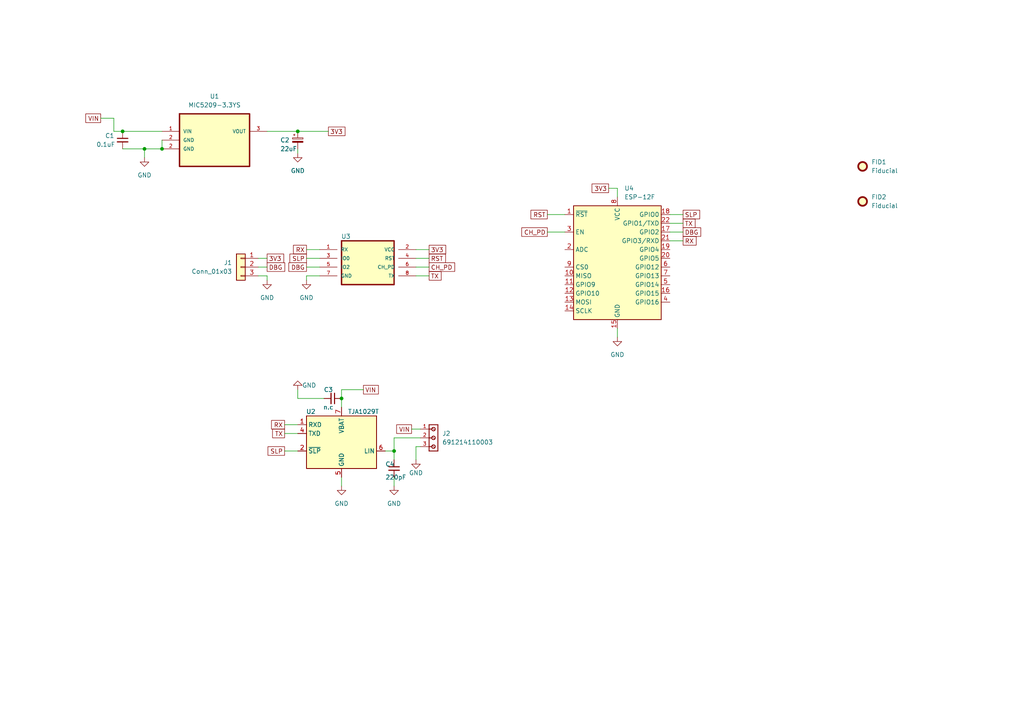
<source format=kicad_sch>
(kicad_sch (version 20211123) (generator eeschema)
  (paper "A4")
  (lib_symbols
    (symbol "691214110003:691214110003" (pin_names (offset 1.016) hide)
      (property "Reference" "J" (at -4.8768 -0.9144 0))
      (property "Value" "691214110003" (at -4.826 -2.5908 0))
      (symbol "691214110003_0_0"
        (circle (center -2.54 -1.27) (radius 0.508) (stroke (width 0.254)))
        (circle (center 0 -1.27) (radius 0.508) (stroke (width 0.254)))
        (polyline (pts (xy -3.81 -2.54) (xy -3.81 0)) (stroke (width 0.254)))
        (polyline (pts (xy -3.81 0) (xy 3.81 0)) (stroke (width 0.254)))
        (polyline (pts (xy -2.54 -1.778) (xy -2.54 -2.54)) (stroke (width 0.254)))
        (polyline (pts (xy -2.286 -1.016) (xy -2.794 -1.524)) (stroke (width 0.1524)))
        (polyline (pts (xy 0 -1.778) (xy 0 -2.54)) (stroke (width 0.254)))
        (polyline (pts (xy 0.254 -1.016) (xy -0.254 -1.524)) (stroke (width 0.1524)))
        (polyline (pts (xy 2.54 -1.778) (xy 2.54 -2.54)) (stroke (width 0.254)))
        (polyline (pts (xy 2.794 -1.016) (xy 2.286 -1.524)) (stroke (width 0.1524)))
        (polyline (pts (xy 3.81 -2.54) (xy -3.81 -2.54)) (stroke (width 0.254)))
        (polyline (pts (xy 3.81 0) (xy 3.81 -2.54)) (stroke (width 0.254)))
        (circle (center 2.54 -1.27) (radius 0.508) (stroke (width 0.254)))
        (pin passive line (at -2.54 -5.08 90) (length 2.54) (name "~") (number "1"))
        (pin passive line (at 0 -5.08 90) (length 2.54) (name "~") (number "2"))
        (pin passive line (at 2.54 -5.08 90) (length 2.54) (name "~") (number "3"))
      )
    )
    (symbol "Connector_Generic:Conn_01x03" (pin_names (offset 1.016) hide)
      (property "Reference" "J" (at 0 5.08 0))
      (property "Value" "Conn_01x03" (at 0 -5.08 0))
      (symbol "Conn_01x03_1_1"
        (rectangle (start -1.27 -2.413) (end 0 -2.667) (stroke (width 0.1524)))
        (rectangle (start -1.27 0.127) (end 0 -0.127) (stroke (width 0.1524)))
        (rectangle (start -1.27 2.667) (end 0 2.413) (stroke (width 0.1524)))
        (rectangle (start -1.27 3.81) (end 1.27 -3.81) (stroke (width 0.254)) (fill (type background)))
        (pin passive line (at -5.08 2.54 0) (length 3.81) (name "Pin_1") (number "1"))
        (pin passive line (at -5.08 0 0) (length 3.81) (name "Pin_2") (number "2"))
        (pin passive line (at -5.08 -2.54 0) (length 3.81) (name "Pin_3") (number "3"))
      )
    )
    (symbol "Device:C_Polarized_Small" (pin_numbers hide) (pin_names (offset 0.254) hide)
      (property "Reference" "C" (at 0.254 1.778 0))
      (property "Value" "C_Polarized_Small" (at 0.254 -2.032 0))
      (symbol "C_Polarized_Small_0_1"
        (rectangle (start -1.524 -0.3048) (end 1.524 -0.6858) (fill (type outline)))
        (rectangle (start -1.524 0.6858) (end 1.524 0.3048))
        (polyline (pts (xy -1.27 1.524) (xy -0.762 1.524)))
        (polyline (pts (xy -1.016 1.27) (xy -1.016 1.778)))
      )
      (symbol "C_Polarized_Small_1_1"
        (pin passive line (at 0 2.54 270) (length 1.8542) (name "~") (number "1"))
        (pin passive line (at 0 -2.54 90) (length 1.8542) (name "~") (number "2"))
      )
    )
    (symbol "Device:C_Small" (pin_numbers hide) (pin_names (offset 0.254) hide)
      (property "Reference" "C" (at 0.254 1.778 0))
      (property "Value" "C_Small" (at 0.254 -2.032 0))
      (symbol "C_Small_0_1"
        (polyline (pts (xy -1.524 -0.508) (xy 1.524 -0.508)) (stroke (width 0.3302)))
        (polyline (pts (xy -1.524 0.508) (xy 1.524 0.508)) (stroke (width 0.3048)))
      )
      (symbol "C_Small_1_1"
        (pin passive line (at 0 2.54 270) (length 2.032) (name "~") (number "1"))
        (pin passive line (at 0 -2.54 90) (length 2.032) (name "~") (number "2"))
      )
    )
    (symbol "ESP-01:ESP-01" (pin_names (offset 1.016))
      (property "Reference" "U" (at -6.35 8.255 0))
      (symbol "ESP-01_0_0"
        (rectangle (start -6.35 -5.08) (end 8.89 7.62) (stroke (width 0.4064)) (fill (type background)))
        (pin bidirectional line (at -12.7 5.08 0) (length 5.08) (name "RX") (number "1"))
        (pin bidirectional line (at 15.24 5.08 180) (length 5.08) (name "VCC") (number "2"))
        (pin bidirectional line (at -12.7 2.54 0) (length 5.08) (name "IO0") (number "3"))
        (pin bidirectional line (at 15.24 2.54 180) (length 5.08) (name "RST") (number "4"))
        (pin bidirectional line (at -12.7 0 0) (length 5.08) (name "IO2") (number "5"))
        (pin bidirectional line (at 15.24 0 180) (length 5.08) (name "CH_PD") (number "6"))
        (pin bidirectional line (at -12.7 -2.54 0) (length 5.08) (name "GND") (number "7"))
        (pin bidirectional line (at 15.24 -2.54 180) (length 5.08) (name "TX") (number "8"))
      )
    )
    (symbol "Interface_CAN_LIN:TJA1029T"
      (property "Reference" "U" (at -10.16 8.89 0))
      (property "Value" "TJA1029T" (at 1.27 8.89 0))
      (symbol "TJA1029T_0_1"
        (rectangle (start -10.16 7.62) (end 10.16 -7.62) (stroke (width 0.254)) (fill (type background)))
      )
      (symbol "TJA1029T_1_1"
        (pin open_collector line (at -12.7 5.08 0) (length 2.54) (name "RXD") (number "1"))
        (pin input line (at -12.7 -2.54 0) (length 2.54) (name "~{SLP}") (number "2"))
        (pin no_connect line (at -10.16 -5.08 0) (length 2.54) hide (name "NC") (number "3"))
        (pin input line (at -12.7 2.54 0) (length 2.54) (name "TXD") (number "4"))
        (pin power_in line (at 0 -10.16 90) (length 2.54) (name "GND") (number "5"))
        (pin bidirectional line (at 12.7 -2.54 180) (length 2.54) (name "LIN") (number "6"))
        (pin power_in line (at 0 10.16 270) (length 2.54) (name "VBAT") (number "7"))
        (pin no_connect line (at 10.16 2.54 180) (length 2.54) hide (name "NC") (number "8"))
      )
    )
    (symbol "Mechanical:Fiducial"
      (property "Reference" "FID" (at 0 5.08 0))
      (property "Value" "Fiducial" (at 0 3.175 0))
      (symbol "Fiducial_0_1"
        (circle (center 0 0) (radius 1.27) (stroke (width 0.508)) (fill (type background)))
      )
    )
    (symbol "RF_Module:ESP-12F"
      (property "Reference" "U" (at -12.7 19.05 0))
      (property "Value" "ESP-12F" (at 12.7 19.05 0))
      (symbol "ESP-12F_0_1"
        (rectangle (start -12.7 17.78) (end 12.7 -15.24) (stroke (width 0.254)) (fill (type background)))
      )
      (symbol "ESP-12F_1_1"
        (pin input line (at -15.24 15.24 0) (length 2.54) (name "~{RST}") (number "1"))
        (pin bidirectional line (at -15.24 -2.54 0) (length 2.54) (name "MISO") (number "10"))
        (pin bidirectional line (at -15.24 -5.08 0) (length 2.54) (name "GPIO9") (number "11"))
        (pin bidirectional line (at -15.24 -7.62 0) (length 2.54) (name "GPIO10") (number "12"))
        (pin bidirectional line (at -15.24 -10.16 0) (length 2.54) (name "MOSI") (number "13"))
        (pin bidirectional line (at -15.24 -12.7 0) (length 2.54) (name "SCLK") (number "14"))
        (pin power_in line (at 0 -17.78 90) (length 2.54) (name "GND") (number "15"))
        (pin bidirectional line (at 15.24 -7.62 180) (length 2.54) (name "GPIO15") (number "16"))
        (pin bidirectional line (at 15.24 10.16 180) (length 2.54) (name "GPIO2") (number "17"))
        (pin bidirectional line (at 15.24 15.24 180) (length 2.54) (name "GPIO0") (number "18"))
        (pin bidirectional line (at 15.24 5.08 180) (length 2.54) (name "GPIO4") (number "19"))
        (pin input line (at -15.24 5.08 0) (length 2.54) (name "ADC") (number "2"))
        (pin bidirectional line (at 15.24 2.54 180) (length 2.54) (name "GPIO5") (number "20"))
        (pin bidirectional line (at 15.24 7.62 180) (length 2.54) (name "GPIO3/RXD") (number "21"))
        (pin bidirectional line (at 15.24 12.7 180) (length 2.54) (name "GPIO1/TXD") (number "22"))
        (pin input line (at -15.24 10.16 0) (length 2.54) (name "EN") (number "3"))
        (pin bidirectional line (at 15.24 -10.16 180) (length 2.54) (name "GPIO16") (number "4"))
        (pin bidirectional line (at 15.24 -5.08 180) (length 2.54) (name "GPIO14") (number "5"))
        (pin bidirectional line (at 15.24 0 180) (length 2.54) (name "GPIO12") (number "6"))
        (pin bidirectional line (at 15.24 -2.54 180) (length 2.54) (name "GPIO13") (number "7"))
        (pin power_in line (at 0 20.32 270) (length 2.54) (name "VCC") (number "8"))
        (pin input line (at -15.24 0 0) (length 2.54) (name "CS0") (number "9"))
      )
    )
    (symbol "mic5209-3.3ys:MIC5209-3.3YS" (pin_names (offset 1.016))
      (property "Reference" "U" (at -4.7498 6.477 0))
      (property "Value" "MIC5209-3.3YS" (at -5.9436 -13.4112 0))
      (symbol "MIC5209-3.3YS_0_0"
        (rectangle (start -10.16 -10.16) (end 10.16 5.08) (stroke (width 0.4064)) (fill (type background)))
        (pin power_in line (at -15.24 0 0) (length 5.08) (name "VIN") (number "1"))
        (pin passive line (at -15.24 -5.08 0) (length 5.08) (name "GND") (number "2"))
        (pin passive line (at -15.24 -2.54 0) (length 5.08) (name "GND") (number "2"))
        (pin power_out line (at 15.24 0 180) (length 5.08) (name "VOUT") (number "3"))
      )
    )
    (symbol "power:GND" (power) (pin_names (offset 0))
      (property "Value" "GND" (at 0 -3.81 0))
      (symbol "GND_0_1"
        (polyline (pts (xy 0 0) (xy 0 -1.27) (xy 1.27 -1.27) (xy 0 -2.54) (xy -1.27 -1.27) (xy 0 -1.27)))
      )
      (symbol "GND_1_1"
        (pin power_in line (at 0 0 270) (length 0) hide (name "GND") (number "1"))
      )
    )
  )
  (junction (at 114.3 130.81))
  (junction (at 35.56 38.1))
  (junction (at 46.99 43.18))
  (junction (at 99.06 115.57))
  (junction (at 86.36 38.1))
  (junction (at 41.91 43.18))
  (wire (pts (xy 33.02 34.29) (xy 33.02 38.1)))
  (wire (pts (xy 82.55 123.19) (xy 86.36 123.19)))
  (wire (pts (xy 82.55 130.81) (xy 86.36 130.81)))
  (wire (pts (xy 46.99 40.64) (xy 46.99 43.18)))
  (wire (pts (xy 119.38 124.46) (xy 121.92 124.46)))
  (wire (pts (xy 88.9 80.01) (xy 88.9 81.28)))
  (wire (pts (xy 194.31 64.77) (xy 198.12 64.77)))
  (wire (pts (xy 35.56 43.18) (xy 41.91 43.18)))
  (wire (pts (xy 88.9 77.47) (xy 92.71 77.47)))
  (wire (pts (xy 158.75 67.31) (xy 163.83 67.31)))
  (wire (pts (xy 114.3 130.81) (xy 114.3 133.35)))
  (wire (pts (xy 114.3 127) (xy 114.3 130.81)))
  (wire (pts (xy 88.9 72.39) (xy 92.71 72.39)))
  (wire (pts (xy 74.93 74.93) (xy 77.47 74.93)))
  (wire (pts (xy 194.31 62.23) (xy 198.12 62.23)))
  (wire (pts (xy 29.21 34.29) (xy 33.02 34.29)))
  (wire (pts (xy 82.55 125.73) (xy 86.36 125.73)))
  (wire (pts (xy 179.07 95.25) (xy 179.07 97.79)))
  (wire (pts (xy 120.65 129.54) (xy 120.65 133.35)))
  (wire (pts (xy 99.06 118.11) (xy 99.06 115.57)))
  (wire (pts (xy 88.9 74.93) (xy 92.71 74.93)))
  (wire (pts (xy 176.53 54.61) (xy 179.07 54.61)))
  (wire (pts (xy 74.93 80.01) (xy 77.47 80.01)))
  (wire (pts (xy 114.3 130.81) (xy 111.76 130.81)))
  (wire (pts (xy 86.36 115.57) (xy 93.98 115.57)))
  (wire (pts (xy 46.99 43.18) (xy 41.91 43.18)))
  (wire (pts (xy 41.91 43.18) (xy 41.91 45.72)))
  (wire (pts (xy 99.06 138.43) (xy 99.06 140.97)))
  (wire (pts (xy 120.65 80.01) (xy 124.46 80.01)))
  (wire (pts (xy 194.31 67.31) (xy 198.12 67.31)))
  (wire (pts (xy 120.65 72.39) (xy 124.46 72.39)))
  (wire (pts (xy 77.47 38.1) (xy 86.36 38.1)))
  (wire (pts (xy 194.31 69.85) (xy 198.12 69.85)))
  (wire (pts (xy 86.36 113.03) (xy 86.36 115.57)))
  (wire (pts (xy 179.07 54.61) (xy 179.07 57.15)))
  (wire (pts (xy 92.71 80.01) (xy 88.9 80.01)))
  (wire (pts (xy 35.56 38.1) (xy 46.99 38.1)))
  (wire (pts (xy 77.47 80.01) (xy 77.47 81.28)))
  (wire (pts (xy 121.92 129.54) (xy 120.65 129.54)))
  (wire (pts (xy 86.36 43.18) (xy 86.36 44.45)))
  (wire (pts (xy 74.93 77.47) (xy 77.47 77.47)))
  (wire (pts (xy 86.36 38.1) (xy 95.25 38.1)))
  (wire (pts (xy 121.92 127) (xy 114.3 127)))
  (wire (pts (xy 158.75 62.23) (xy 163.83 62.23)))
  (wire (pts (xy 99.06 113.03) (xy 105.41 113.03)))
  (wire (pts (xy 99.06 115.57) (xy 99.06 113.03)))
  (wire (pts (xy 114.3 138.43) (xy 114.3 140.97)))
  (wire (pts (xy 120.65 74.93) (xy 124.46 74.93)))
  (wire (pts (xy 33.02 38.1) (xy 35.56 38.1)))
  (wire (pts (xy 120.65 77.47) (xy 124.46 77.47)))
  (global_label "RX" (shape passive) (at 198.12 69.85 0) (property "Intersheet References" "${INTERSHEET_REFS}" (effects hide)))
  (global_label "RX" (shape passive) (at 82.55 123.19 180) (property "Intersheet References" "${INTERSHEET_REFS}" (effects hide)))
  (global_label "VIN" (shape passive) (at 119.38 124.46 180) (property "Intersheet References" "${INTERSHEET_REFS}" (effects hide)))
  (global_label "3V3" (shape passive) (at 124.46 72.39 0) (property "Intersheet References" "${INTERSHEET_REFS}" (effects hide)))
  (global_label "CH_PD" (shape passive) (at 124.46 77.47 0) (property "Intersheet References" "${INTERSHEET_REFS}" (effects hide)))
  (global_label "RX" (shape passive) (at 88.9 72.39 180) (property "Intersheet References" "${INTERSHEET_REFS}" (effects hide)))
  (global_label "3V3" (shape passive) (at 77.47 74.93 0) (property "Intersheet References" "${INTERSHEET_REFS}" (effects hide)))
  (global_label "3V3" (shape passive) (at 95.25 38.1 0) (property "Intersheet References" "${INTERSHEET_REFS}" (effects hide)))
  (global_label "DBG" (shape passive) (at 77.47 77.47 0) (property "Intersheet References" "${INTERSHEET_REFS}" (effects hide)))
  (global_label "VIN" (shape passive) (at 105.41 113.03 0) (property "Intersheet References" "${INTERSHEET_REFS}" (effects hide)))
  (global_label "TX" (shape passive) (at 82.55 125.73 180) (property "Intersheet References" "${INTERSHEET_REFS}" (effects hide)))
  (global_label "RST" (shape passive) (at 158.75 62.23 180) (property "Intersheet References" "${INTERSHEET_REFS}" (effects hide)))
  (global_label "SLP" (shape passive) (at 88.9 74.93 180) (property "Intersheet References" "${INTERSHEET_REFS}" (effects hide)))
  (global_label "RST" (shape passive) (at 124.46 74.93 0) (property "Intersheet References" "${INTERSHEET_REFS}" (effects hide)))
  (global_label "TX" (shape passive) (at 124.46 80.01 0) (property "Intersheet References" "${INTERSHEET_REFS}" (effects hide)))
  (global_label "TX" (shape passive) (at 198.12 64.77 0) (property "Intersheet References" "${INTERSHEET_REFS}" (effects hide)))
  (global_label "CH_PD" (shape passive) (at 158.75 67.31 180) (property "Intersheet References" "${INTERSHEET_REFS}" (effects hide)))
  (global_label "DBG" (shape passive) (at 88.9 77.47 180) (property "Intersheet References" "${INTERSHEET_REFS}" (effects hide)))
  (global_label "VIN" (shape passive) (at 29.21 34.29 180) (property "Intersheet References" "${INTERSHEET_REFS}" (effects hide)))
  (global_label "SLP" (shape passive) (at 198.12 62.23 0) (property "Intersheet References" "${INTERSHEET_REFS}" (effects hide)))
  (global_label "SLP" (shape passive) (at 82.55 130.81 180) (property "Intersheet References" "${INTERSHEET_REFS}" (effects hide)))
  (global_label "DBG" (shape passive) (at 198.12 67.31 0) (property "Intersheet References" "${INTERSHEET_REFS}" (effects hide)))
  (global_label "3V3" (shape passive) (at 176.53 54.61 180) (property "Intersheet References" "${INTERSHEET_REFS}" (effects hide)))
  (symbol (lib_id "691214110003:691214110003") (at 127 127 270) (unit 1)
    (property "Reference" "J2" (at 128.27 125.7299 90) (effects (justify left)))
    (property "Value" "691214110003" (at 128.27 128.2699 90) (effects (justify left)))
    (property "Footprint" "Fuji-IoT:691214110003" (effects hide))
    (property "MOUNT" "THT" (effects hide))
    (property "DATASHEET-URL" "https://www.we-online.com/catalog/datasheet/691214110003.pdf" (effects hide))
    (property "PITCH" "3.5mm" (effects hide))
    (property "WORKING-VOLTAGE-UL" "300V (AC)" (effects hide))
    (property "TYPE" "Horizontal" (effects hide))
    (property "PART-NUMBER" "691214110003" (effects hide))
    (property "IR-UL" "10A" (effects hide))
    (property "WIRE" "24 to 16 (AWG) 0.205 to 1.31 (mm²)" (effects hide))
    (property "PINS" "3" (effects hide))
  )
  (symbol (lib_id "RF_Module:ESP-12F") (at 179.07 77.47 0) (unit 1)
    (property "Reference" "U4" (at 181.0894 54.61 0) (effects (justify left)))
    (property "Value" "ESP-12F" (at 181.0894 57.15 0) (effects (justify left)))
    (property "Footprint" "RF_Module:ESP-12E" (effects hide))
    (property "Datasheet" "http://wiki.ai-thinker.com/_media/esp8266/esp8266_series_modules_user_manual_v1.1.pdf" (effects hide))
  )
  (symbol (lib_id "Interface_CAN_LIN:TJA1029T") (at 99.06 128.27 0) (unit 1)
    (property "Reference" "U2" (at 90.17 119.38 0))
    (property "Value" "TJA1029T" (at 105.41 119.38 0))
    (property "Footprint" "Package_SO:SOIC-8_3.9x4.9mm_P1.27mm" (effects hide))
    (property "Datasheet" "http://www.nxp.com/documents/data_sheet/TJA1029.pdf" (effects hide))
  )
  (symbol (lib_id "power:GND") (at 179.07 97.79 0) (unit 1)
    (property "Reference" "#PWR0109" (effects hide))
    (property "Value" "GND" (at 179.07 102.87 0))
  )
  (symbol (lib_id "power:GND") (at 86.36 113.03 180) (unit 1)
    (property "Reference" "#PWR0108" (effects hide))
    (property "Value" "GND" (at 87.63 111.76 0) (effects (justify right)))
  )
  (symbol (lib_id "Connector_Generic:Conn_01x03") (at 69.85 77.47 0) (mirror y) (unit 1)
    (property "Reference" "J1" (at 67.31 76.1999 0) (effects (justify left)))
    (property "Value" "Conn_01x03" (at 67.31 78.7399 0) (effects (justify left)))
    (property "Footprint" "Connector_PinHeader_2.54mm:PinHeader_1x03_P2.54mm_Vertical" (effects hide))
  )
  (symbol (lib_id "power:GND") (at 86.36 44.45 0) (unit 1)
    (property "Reference" "#PWR0106" (effects hide))
    (property "Value" "GND" (at 86.36 49.53 0))
  )
  (symbol (lib_id "mic5209-3.3ys:MIC5209-3.3YS") (at 62.23 38.1 0) (unit 1)
    (property "Reference" "U1" (at 62.23 27.94 0))
    (property "Value" "MIC5209-3.3YS" (at 62.23 30.48 0))
    (property "Footprint" "Package_TO_SOT_SMD:SOT-223-3_TabPin2" (effects hide))
    (property "SUPPLIER" "Microchip" (effects hide))
    (property "PACKAGE" "SOT223-3" (effects hide))
  )
  (symbol (lib_id "Device:C_Small") (at 114.3 135.89 0) (unit 1)
    (property "Reference" "C4" (at 111.76 134.62 0) (effects (justify left)))
    (property "Value" "220pF" (at 111.76 138.43 0) (effects (justify left)))
    (property "Footprint" "Capacitor_SMD:C_0805_2012Metric_Pad1.18x1.45mm_HandSolder" (effects hide))
  )
  (symbol (lib_id "Device:C_Small") (at 96.52 115.57 270) (unit 1)
    (property "Reference" "C3" (at 95.25 113.03 90))
    (property "Value" "n.c" (at 95.25 118.11 90))
    (property "Footprint" "Capacitor_SMD:C_0805_2012Metric_Pad1.18x1.45mm_HandSolder" (effects hide))
  )
  (symbol (lib_id "ESP-01:ESP-01") (at 105.41 77.47 0) (unit 1)
    (property "Reference" "U3" (at 100.33 68.58 0))
    (property "Value" "ESP-01" (effects hide))
    (property "Footprint" "Fuji-IoT:ESP-01" (effects hide))
  )
  (symbol (lib_id "Mechanical:Fiducial") (at 250.19 58.42 0) (unit 1)
    (property "Reference" "FID2" (at 252.73 57.1499 0) (effects (justify left)))
    (property "Value" "Fiducial" (at 252.73 59.6899 0) (effects (justify left)))
    (property "Footprint" "Fiducial:Fiducial_0.5mm_Mask1.5mm" (effects hide))
  )
  (symbol (lib_id "power:GND") (at 99.06 140.97 0) (unit 1)
    (property "Reference" "#PWR0101" (effects hide))
    (property "Value" "GND" (at 99.06 146.05 0))
  )
  (symbol (lib_id "power:GND") (at 114.3 140.97 0) (unit 1)
    (property "Reference" "#PWR0107" (effects hide))
    (property "Value" "GND" (at 114.3 146.05 0))
  )
  (symbol (lib_id "Device:C_Polarized_Small") (at 86.36 40.64 0) (unit 1)
    (property "Reference" "C2" (at 81.28 40.64 0) (effects (justify left)))
    (property "Value" "22uF" (at 81.28 43.18 0) (effects (justify left)))
    (property "Footprint" "Capacitor_Tantalum_SMD:CP_EIA-7361-438_AVX-U_Pad2.18x3.30mm_HandSolder" (effects hide))
  )
  (symbol (lib_id "power:GND") (at 120.65 133.35 0) (unit 1)
    (property "Reference" "#PWR0102" (effects hide))
    (property "Value" "GND" (at 120.65 137.16 0))
  )
  (symbol (lib_id "Device:C_Small") (at 35.56 40.64 0) (unit 1)
    (property "Reference" "C1" (at 30.48 39.37 0) (effects (justify left)))
    (property "Value" "0.1uF" (at 27.94 41.91 0) (effects (justify left)))
    (property "Footprint" "Capacitor_SMD:C_0603_1608Metric_Pad1.08x0.95mm_HandSolder" (effects hide))
  )
  (symbol (lib_id "Mechanical:Fiducial") (at 250.19 48.26 0) (unit 1)
    (property "Reference" "FID1" (at 252.73 46.9899 0) (effects (justify left)))
    (property "Value" "Fiducial" (at 252.73 49.5299 0) (effects (justify left)))
    (property "Footprint" "Fiducial:Fiducial_0.5mm_Mask1.5mm" (effects hide))
  )
  (symbol (lib_id "power:GND") (at 41.91 45.72 0) (unit 1)
    (property "Reference" "#PWR0105" (effects hide))
    (property "Value" "GND" (at 41.91 50.8 0))
  )
  (symbol (lib_id "power:GND") (at 77.47 81.28 0) (unit 1)
    (property "Reference" "#PWR0104" (effects hide))
    (property "Value" "GND" (at 77.47 86.36 0))
  )
  (symbol (lib_id "power:GND") (at 88.9 81.28 0) (unit 1)
    (property "Reference" "#PWR0103" (effects hide))
    (property "Value" "GND" (at 88.9 86.36 0))
  )
)
</source>
